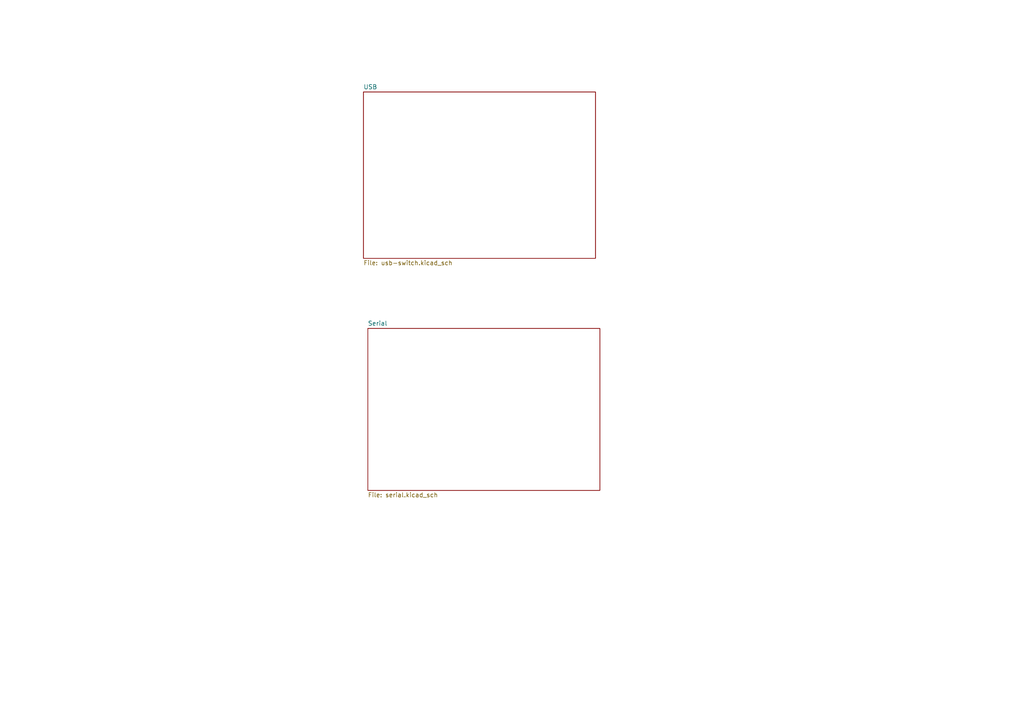
<source format=kicad_sch>
(kicad_sch
	(version 20231120)
	(generator "eeschema")
	(generator_version "8.0")
	(uuid "0fe19ce7-810a-40c6-903d-4212edc122f9")
	(paper "A4")
	(lib_symbols)
	(sheet
		(at 105.41 26.67)
		(size 67.31 48.26)
		(fields_autoplaced yes)
		(stroke
			(width 0.1524)
			(type solid)
		)
		(fill
			(color 0 0 0 0.0000)
		)
		(uuid "be5ad210-0e50-46e0-a2ef-b2f495348708")
		(property "Sheetname" "USB"
			(at 105.41 25.9584 0)
			(effects
				(font
					(size 1.27 1.27)
				)
				(justify left bottom)
			)
		)
		(property "Sheetfile" "usb-switch.kicad_sch"
			(at 105.41 75.5146 0)
			(effects
				(font
					(size 1.27 1.27)
				)
				(justify left top)
			)
		)
		(instances
			(project "multiboard-controller"
				(path "/0fe19ce7-810a-40c6-903d-4212edc122f9"
					(page "2")
				)
			)
		)
	)
	(sheet
		(at 106.68 95.25)
		(size 67.31 46.99)
		(fields_autoplaced yes)
		(stroke
			(width 0.1524)
			(type solid)
		)
		(fill
			(color 0 0 0 0.0000)
		)
		(uuid "c98ac17d-3b09-4052-8bd6-0d77fa26b751")
		(property "Sheetname" "Serial"
			(at 106.68 94.5384 0)
			(effects
				(font
					(size 1.27 1.27)
				)
				(justify left bottom)
			)
		)
		(property "Sheetfile" "serial.kicad_sch"
			(at 106.68 142.8246 0)
			(effects
				(font
					(size 1.27 1.27)
				)
				(justify left top)
			)
		)
		(instances
			(project "multiboard-controller"
				(path "/0fe19ce7-810a-40c6-903d-4212edc122f9"
					(page "3")
				)
			)
		)
	)
	(sheet_instances
		(path "/"
			(page "1")
		)
	)
)

</source>
